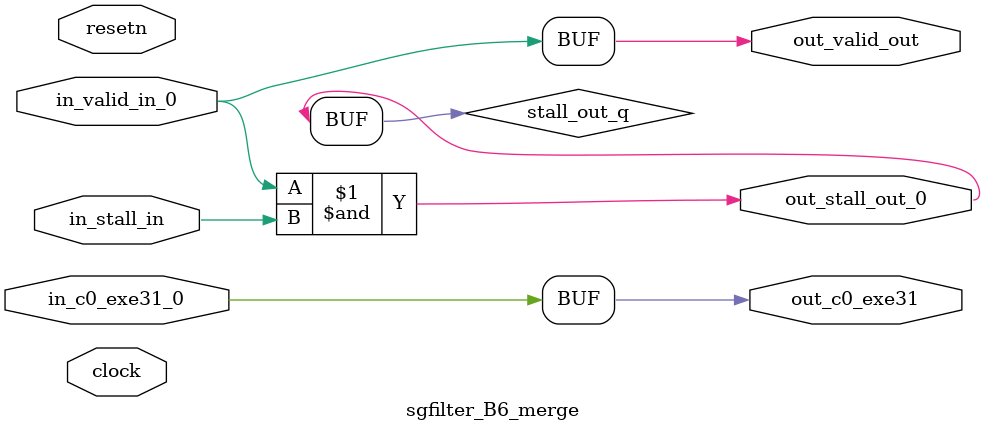
<source format=sv>



(* altera_attribute = "-name AUTO_SHIFT_REGISTER_RECOGNITION OFF; -name MESSAGE_DISABLE 10036; -name MESSAGE_DISABLE 10037; -name MESSAGE_DISABLE 14130; -name MESSAGE_DISABLE 14320; -name MESSAGE_DISABLE 15400; -name MESSAGE_DISABLE 14130; -name MESSAGE_DISABLE 10036; -name MESSAGE_DISABLE 12020; -name MESSAGE_DISABLE 12030; -name MESSAGE_DISABLE 12010; -name MESSAGE_DISABLE 12110; -name MESSAGE_DISABLE 14320; -name MESSAGE_DISABLE 13410; -name MESSAGE_DISABLE 113007; -name MESSAGE_DISABLE 10958" *)
module sgfilter_B6_merge (
    input wire [0:0] in_c0_exe31_0,
    input wire [0:0] in_stall_in,
    input wire [0:0] in_valid_in_0,
    output wire [0:0] out_c0_exe31,
    output wire [0:0] out_stall_out_0,
    output wire [0:0] out_valid_out,
    input wire clock,
    input wire resetn
    );

    wire [0:0] stall_out_q;


    // out_c0_exe31(GPOUT,5)
    assign out_c0_exe31 = in_c0_exe31_0;

    // stall_out(LOGICAL,8)
    assign stall_out_q = in_valid_in_0 & in_stall_in;

    // out_stall_out_0(GPOUT,6)
    assign out_stall_out_0 = stall_out_q;

    // out_valid_out(GPOUT,7)
    assign out_valid_out = in_valid_in_0;

endmodule

</source>
